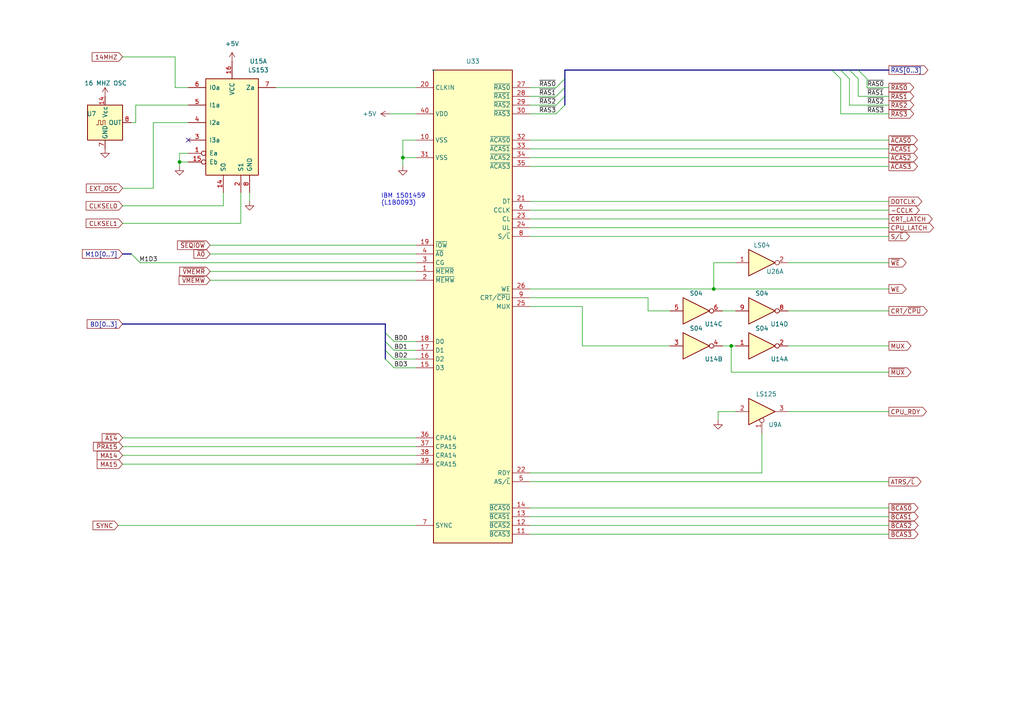
<source format=kicad_sch>
(kicad_sch (version 20230121) (generator eeschema)
  (paper "A4")
  (lib_symbols
    (symbol "74xx:74LS04"
      (property "Reference" "U" (at 0 1.27 0))
      (property "Value" "74LS04" (at 0 -1.27 0))
      (symbol "74LS04_1_0"
        (polyline (pts (xy -3.81 3.81) (xy -3.81 -3.81) (xy 3.81 0) (xy -3.81 3.81)) (stroke (width 0.254)) (fill (type background)))
        (pin input line (at -7.62 0 0) (length 3.81) (name "~") (number "1"))
        (pin output inverted (at 7.62 0 180) (length 3.81) (name "~") (number "2"))
      )
      (symbol "74LS04_2_0"
        (polyline (pts (xy -3.81 3.81) (xy -3.81 -3.81) (xy 3.81 0) (xy -3.81 3.81)) (stroke (width 0.254)) (fill (type background)))
        (pin input line (at -7.62 0 0) (length 3.81) (name "~") (number "3"))
        (pin output inverted (at 7.62 0 180) (length 3.81) (name "~") (number "4"))
      )
      (symbol "74LS04_3_0"
        (polyline (pts (xy -3.81 3.81) (xy -3.81 -3.81) (xy 3.81 0) (xy -3.81 3.81)) (stroke (width 0.254)) (fill (type background)))
        (pin input line (at -7.62 0 0) (length 3.81) (name "~") (number "5"))
        (pin output inverted (at 7.62 0 180) (length 3.81) (name "~") (number "6"))
      )
      (symbol "74LS04_4_0"
        (polyline (pts (xy -3.81 3.81) (xy -3.81 -3.81) (xy 3.81 0) (xy -3.81 3.81)) (stroke (width 0.254)) (fill (type background)))
        (pin output inverted (at 7.62 0 180) (length 3.81) (name "~") (number "8"))
        (pin input line (at -7.62 0 0) (length 3.81) (name "~") (number "9"))
      )
      (symbol "74LS04_5_0"
        (polyline (pts (xy -3.81 3.81) (xy -3.81 -3.81) (xy 3.81 0) (xy -3.81 3.81)) (stroke (width 0.254)) (fill (type background)))
        (pin output inverted (at 7.62 0 180) (length 3.81) (name "~") (number "10"))
        (pin input line (at -7.62 0 0) (length 3.81) (name "~") (number "11"))
      )
      (symbol "74LS04_6_0"
        (polyline (pts (xy -3.81 3.81) (xy -3.81 -3.81) (xy 3.81 0) (xy -3.81 3.81)) (stroke (width 0.254)) (fill (type background)))
        (pin output inverted (at 7.62 0 180) (length 3.81) (name "~") (number "12"))
        (pin input line (at -7.62 0 0) (length 3.81) (name "~") (number "13"))
      )
      (symbol "74LS04_7_0"
        (pin power_in line (at 0 12.7 270) (length 5.08) (name "VCC") (number "14"))
        (pin power_in line (at 0 -12.7 90) (length 5.08) (name "GND") (number "7"))
      )
      (symbol "74LS04_7_1"
        (rectangle (start -5.08 7.62) (end 5.08 -7.62) (stroke (width 0.254)) (fill (type background)))
      )
    )
    (symbol "74xx:74LS125" (pin_names (offset 1.016))
      (property "Reference" "U" (at 0 1.27 0))
      (property "Value" "74LS125" (at 0 -1.27 0))
      (symbol "74LS125_1_0"
        (polyline (pts (xy -3.81 3.81) (xy -3.81 -3.81) (xy 3.81 0) (xy -3.81 3.81)) (stroke (width 0.254)) (fill (type background)))
        (pin input inverted (at 0 -6.35 90) (length 4.445) (name "~") (number "1"))
        (pin input line (at -7.62 0 0) (length 3.81) (name "~") (number "2"))
        (pin tri_state line (at 7.62 0 180) (length 3.81) (name "~") (number "3"))
      )
      (symbol "74LS125_2_0"
        (polyline (pts (xy -3.81 3.81) (xy -3.81 -3.81) (xy 3.81 0) (xy -3.81 3.81)) (stroke (width 0.254)) (fill (type background)))
        (pin input inverted (at 0 -6.35 90) (length 4.445) (name "~") (number "4"))
        (pin input line (at -7.62 0 0) (length 3.81) (name "~") (number "5"))
        (pin tri_state line (at 7.62 0 180) (length 3.81) (name "~") (number "6"))
      )
      (symbol "74LS125_3_0"
        (polyline (pts (xy -3.81 3.81) (xy -3.81 -3.81) (xy 3.81 0) (xy -3.81 3.81)) (stroke (width 0.254)) (fill (type background)))
        (pin input inverted (at 0 -6.35 90) (length 4.445) (name "~") (number "10"))
        (pin tri_state line (at 7.62 0 180) (length 3.81) (name "~") (number "8"))
        (pin input line (at -7.62 0 0) (length 3.81) (name "~") (number "9"))
      )
      (symbol "74LS125_4_0"
        (polyline (pts (xy -3.81 3.81) (xy -3.81 -3.81) (xy 3.81 0) (xy -3.81 3.81)) (stroke (width 0.254)) (fill (type background)))
        (pin tri_state line (at 7.62 0 180) (length 3.81) (name "~") (number "11"))
        (pin input line (at -7.62 0 0) (length 3.81) (name "~") (number "12"))
        (pin input inverted (at 0 -6.35 90) (length 4.445) (name "~") (number "13"))
      )
      (symbol "74LS125_5_0"
        (pin power_in line (at 0 12.7 270) (length 5.08) (name "VCC") (number "14"))
        (pin power_in line (at 0 -12.7 90) (length 5.08) (name "GND") (number "7"))
      )
      (symbol "74LS125_5_1"
        (rectangle (start -5.08 7.62) (end 5.08 -7.62) (stroke (width 0.254)) (fill (type background)))
      )
    )
    (symbol "EGACard:74LS153" (pin_names (offset 1.016))
      (property "Reference" "U" (at 3.81 5.08 0))
      (property "Value" "74LS153" (at 6.35 2.54 0))
      (symbol "74LS153_1_0"
        (pin input inverted (at -5.08 -21.59 0) (length 5.08) (name "Ea") (number "1"))
        (pin input line (at 5.08 -33.02 90) (length 5.08) (name "S0") (number "14"))
        (pin input inverted (at -5.08 -24.13 0) (length 5.08) (name "Eb") (number "15"))
        (pin power_in line (at 7.62 5.08 270) (length 5.08) (name "VCC") (number "16"))
        (pin input line (at 10.16 -33.02 90) (length 5.08) (name "S1") (number "2"))
        (pin input line (at -5.08 -17.78 0) (length 5.08) (name "I3a") (number "3"))
        (pin input line (at -5.08 -12.7 0) (length 5.08) (name "I2a") (number "4"))
        (pin input line (at -5.08 -7.62 0) (length 5.08) (name "I1a") (number "5"))
        (pin output line (at 20.32 -2.54 180) (length 5.08) (name "Za") (number "7"))
        (pin power_in line (at 12.7 -33.02 90) (length 5.08) (name "GND") (number "8"))
      )
      (symbol "74LS153_1_1"
        (rectangle (start 0 0) (end 15.24 -27.94) (stroke (width 0.254)) (fill (type background)))
        (pin input line (at -5.08 -2.54 0) (length 5.08) (name "I0a") (number "6"))
      )
      (symbol "74LS153_2_0"
        (pin input line (at -5.08 -2.54 0) (length 5.08) (name "I0b") (number "10"))
        (pin input line (at -5.08 -2.54 0) (length 5.08) (name "I0b") (number "10"))
        (pin input line (at -5.08 -5.08 0) (length 5.08) (name "I1b") (number "11"))
        (pin input line (at -5.08 -5.08 0) (length 5.08) (name "I1b") (number "11"))
        (pin input line (at -5.08 -7.62 0) (length 5.08) (name "I2b") (number "12"))
        (pin input line (at -5.08 -7.62 0) (length 5.08) (name "I2b") (number "12"))
        (pin input line (at -5.08 -10.16 0) (length 5.08) (name "I3b") (number "13"))
        (pin input line (at -5.08 -10.16 0) (length 5.08) (name "I3b") (number "13"))
        (pin output line (at 20.32 -5.08 180) (length 5.08) (name "Zb") (number "9"))
      )
      (symbol "74LS153_2_1"
        (rectangle (start 0 0) (end 15.24 -12.7) (stroke (width 0.254)) (fill (type background)))
      )
    )
    (symbol "EGACard:SEQ_LSI"
      (property "Reference" "U" (at 2.54 2.54 0))
      (symbol "SEQ_LSI_1_1"
        (rectangle (start 0 0) (end 22.86 -137.16) (stroke (width 0.254)) (fill (type background)))
        (pin input line (at -5.08 -58.42 0) (length 5.08) (name "~{MEMR}") (number "1"))
        (pin power_in line (at -5.08 -20.32 0) (length 5.08) (name "VSS") (number "10"))
        (pin output line (at 27.94 -134.62 180) (length 5.08) (name "~{BCAS3}") (number "11"))
        (pin output line (at 27.94 -132.08 180) (length 5.08) (name "~{BCAS2}") (number "12"))
        (pin output line (at 27.94 -129.54 180) (length 5.08) (name "~{BCAS1}") (number "13"))
        (pin output line (at 27.94 -127 180) (length 5.08) (name "~{BCAS0}") (number "14"))
        (pin input line (at -5.08 -86.36 0) (length 5.08) (name "D3") (number "15"))
        (pin input line (at -5.08 -83.82 0) (length 5.08) (name "D2") (number "16"))
        (pin input line (at -5.08 -81.28 0) (length 5.08) (name "D1") (number "17"))
        (pin input line (at -5.08 -78.74 0) (length 5.08) (name "D0") (number "18"))
        (pin input line (at -5.08 -50.8 0) (length 5.08) (name "~{IOW}") (number "19"))
        (pin input line (at -5.08 -60.96 0) (length 5.08) (name "~{MEMW}") (number "2"))
        (pin input line (at -5.08 -5.08 0) (length 5.08) (name "CLKIN") (number "20"))
        (pin output line (at 27.94 -38.1 180) (length 5.08) (name "DT") (number "21"))
        (pin output line (at 27.94 -116.84 180) (length 5.08) (name "RDY") (number "22"))
        (pin output line (at 27.94 -43.18 180) (length 5.08) (name "CL") (number "23"))
        (pin output line (at 27.94 -45.72 180) (length 5.08) (name "UL") (number "24"))
        (pin output line (at 27.94 -68.58 180) (length 5.08) (name "MUX") (number "25"))
        (pin output line (at 27.94 -63.5 180) (length 5.08) (name "WE") (number "26"))
        (pin output line (at 27.94 -5.08 180) (length 5.08) (name "~{RAS0}") (number "27"))
        (pin output line (at 27.94 -7.62 180) (length 5.08) (name "~{RAS1}") (number "28"))
        (pin output line (at 27.94 -10.16 180) (length 5.08) (name "~{RAS2}") (number "29"))
        (pin input line (at -5.08 -55.88 0) (length 5.08) (name "CG") (number "3"))
        (pin output line (at 27.94 -12.7 180) (length 5.08) (name "~{RAS3}") (number "30"))
        (pin power_in line (at -5.08 -25.4 0) (length 5.08) (name "VSS") (number "31"))
        (pin output line (at 27.94 -20.32 180) (length 5.08) (name "~{ACAS0}") (number "32"))
        (pin output line (at 27.94 -22.86 180) (length 5.08) (name "~{ACAS1}") (number "33"))
        (pin output line (at 27.94 -25.4 180) (length 5.08) (name "~{ACAS2}") (number "34"))
        (pin output line (at 27.94 -27.94 180) (length 5.08) (name "~{ACAS3}") (number "35"))
        (pin input line (at -5.08 -106.68 0) (length 5.08) (name "CPA14") (number "36"))
        (pin input line (at -5.08 -109.22 0) (length 5.08) (name "CPA15") (number "37"))
        (pin input line (at -5.08 -111.76 0) (length 5.08) (name "CRA14") (number "38"))
        (pin input line (at -5.08 -114.3 0) (length 5.08) (name "CRA15") (number "39"))
        (pin input line (at -5.08 -53.34 0) (length 5.08) (name "~{A0}") (number "4"))
        (pin power_in line (at -5.08 -12.7 0) (length 5.08) (name "VDD") (number "40"))
        (pin output line (at 27.94 -119.38 180) (length 5.08) (name "AS/~{L}") (number "5"))
        (pin output line (at 27.94 -40.64 180) (length 5.08) (name "CCLK") (number "6"))
        (pin input line (at -5.08 -132.08 0) (length 5.08) (name "SYNC") (number "7"))
        (pin output line (at 27.94 -48.26 180) (length 5.08) (name "S/~{L}") (number "8"))
        (pin output line (at 27.94 -66.04 180) (length 5.08) (name "CRT/~{CPU}") (number "9"))
      )
    )
    (symbol "Oscillator:ACO-xxxMHz" (pin_names (offset 0.254))
      (property "Reference" "X" (at -5.08 6.35 0))
      (property "Value" "ACO-xxxMHz" (at 1.27 -6.35 0))
      (symbol "ACO-xxxMHz_0_1"
        (rectangle (start -5.08 5.08) (end 5.08 -5.08) (stroke (width 0.254)) (fill (type background)))
        (polyline (pts (xy -2.54 -0.635) (xy -1.905 -0.635) (xy -1.905 0.635) (xy -1.27 0.635) (xy -1.27 -0.635) (xy -0.635 -0.635) (xy -0.635 0.635) (xy 0 0.635) (xy 0 -0.635)))
      )
      (symbol "ACO-xxxMHz_1_1"
        (pin no_connect line (at -5.08 2.54 0) (length 2.54) hide (name "NC") (number "1"))
        (pin power_in line (at 0 7.62 270) (length 2.54) (name "Vcc") (number "14"))
        (pin power_in line (at 0 -7.62 90) (length 2.54) (name "GND") (number "7"))
        (pin output line (at 7.62 0 180) (length 2.54) (name "OUT") (number "8"))
      )
    )
    (symbol "power:+5V" (power) (pin_names (offset 0))
      (property "Value" "+5V" (at 0 3.556 0))
      (symbol "+5V_0_1"
        (polyline (pts (xy -0.762 1.27) (xy 0 2.54)))
        (polyline (pts (xy 0 0) (xy 0 2.54)))
        (polyline (pts (xy 0 2.54) (xy 0.762 1.27)))
      )
      (symbol "+5V_1_1"
        (pin power_in line (at 0 0 90) (length 0) hide (name "+5V") (number "1"))
      )
    )
    (symbol "power:GND" (power) (pin_names (offset 0))
      (property "Value" "GND" (at 0 -3.81 0))
      (symbol "GND_0_1"
        (polyline (pts (xy 0 0) (xy 0 -1.27) (xy 1.27 -1.27) (xy 0 -2.54) (xy -1.27 -1.27) (xy 0 -1.27)))
      )
      (symbol "GND_1_1"
        (pin power_in line (at 0 0 270) (length 0) hide (name "GND") (number "1"))
      )
    )
  )
  (junction (at 116.84 45.72))
  (junction (at 212.09 100.33))
  (junction (at 52.07 46.99))
  (junction (at 207.01 83.82))
  (no_connect (at 54.61 40.64))
  (bus_entry (at 114.3 101.6) (size -2.54 -2.54))
  (bus_entry (at 38.1 73.66) (size 2.54 2.54))
  (bus_entry (at 241.3 20.32) (size 2.54 2.54))
  (bus_entry (at 114.3 99.06) (size -2.54 -2.54))
  (bus_entry (at 248.92 20.32) (size 2.54 2.54))
  (bus_entry (at 161.29 30.48) (size 2.54 -2.54))
  (bus_entry (at 114.3 104.14) (size -2.54 -2.54))
  (bus_entry (at 161.29 27.94) (size 2.54 -2.54))
  (bus_entry (at 243.84 20.32) (size 2.54 2.54))
  (bus_entry (at 161.29 25.4) (size 2.54 -2.54))
  (bus_entry (at 246.38 20.32) (size 2.54 2.54))
  (bus_entry (at 161.29 33.02) (size 2.54 -2.54))
  (bus_entry (at 114.3 106.68) (size -2.54 -2.54))
  (bus (pts (xy 243.84 20.32) (xy 246.38 20.32)))
  (wire (pts (xy 228.6 90.17) (xy 257.81 90.17)))
  (wire (pts (xy 52.07 44.45) (xy 52.07 46.99)))
  (bus (pts (xy 111.76 101.6) (xy 111.76 99.06)))
  (wire (pts (xy 35.56 54.61) (xy 44.45 54.61)))
  (wire (pts (xy 44.45 35.56) (xy 44.45 54.61)))
  (wire (pts (xy 114.3 104.14) (xy 120.65 104.14)))
  (wire (pts (xy 153.67 25.4) (xy 161.29 25.4)))
  (wire (pts (xy 60.96 71.12) (xy 120.65 71.12)))
  (wire (pts (xy 213.36 76.2) (xy 207.01 76.2)))
  (bus (pts (xy 111.76 96.52) (xy 111.76 93.98)))
  (wire (pts (xy 153.67 40.64) (xy 257.81 40.64)))
  (wire (pts (xy 80.01 25.4) (xy 120.65 25.4)))
  (bus (pts (xy 163.83 25.4) (xy 163.83 22.86)))
  (wire (pts (xy 35.56 127) (xy 120.65 127)))
  (wire (pts (xy 40.64 76.2) (xy 120.65 76.2)))
  (bus (pts (xy 163.83 22.86) (xy 163.83 20.32)))
  (wire (pts (xy 116.84 45.72) (xy 120.65 45.72)))
  (wire (pts (xy 153.67 30.48) (xy 161.29 30.48)))
  (wire (pts (xy 114.3 101.6) (xy 120.65 101.6)))
  (wire (pts (xy 248.92 27.94) (xy 257.81 27.94)))
  (wire (pts (xy 168.91 88.9) (xy 168.91 100.33)))
  (wire (pts (xy 35.56 16.51) (xy 50.8 16.51)))
  (wire (pts (xy 35.56 134.62) (xy 120.65 134.62)))
  (wire (pts (xy 228.6 76.2) (xy 257.81 76.2)))
  (wire (pts (xy 228.6 100.33) (xy 257.81 100.33)))
  (wire (pts (xy 35.56 132.08) (xy 120.65 132.08)))
  (wire (pts (xy 120.65 40.64) (xy 116.84 40.64)))
  (wire (pts (xy 64.77 55.88) (xy 64.77 59.69)))
  (bus (pts (xy 241.3 20.32) (xy 243.84 20.32)))
  (wire (pts (xy 207.01 76.2) (xy 207.01 83.82)))
  (wire (pts (xy 212.09 100.33) (xy 212.09 107.95)))
  (wire (pts (xy 243.84 22.86) (xy 243.84 33.02)))
  (wire (pts (xy 243.84 33.02) (xy 257.81 33.02)))
  (wire (pts (xy 114.3 99.06) (xy 120.65 99.06)))
  (wire (pts (xy 60.96 81.28) (xy 120.65 81.28)))
  (wire (pts (xy 246.38 30.48) (xy 257.81 30.48)))
  (wire (pts (xy 228.6 119.38) (xy 257.81 119.38)))
  (wire (pts (xy 153.67 147.32) (xy 257.81 147.32)))
  (wire (pts (xy 251.46 22.86) (xy 251.46 25.4)))
  (wire (pts (xy 212.09 100.33) (xy 213.36 100.33)))
  (wire (pts (xy 153.67 45.72) (xy 257.81 45.72)))
  (wire (pts (xy 153.67 68.58) (xy 257.81 68.58)))
  (wire (pts (xy 248.92 22.86) (xy 248.92 27.94)))
  (wire (pts (xy 153.67 33.02) (xy 161.29 33.02)))
  (wire (pts (xy 153.67 137.16) (xy 220.98 137.16)))
  (bus (pts (xy 163.83 30.48) (xy 163.83 27.94)))
  (wire (pts (xy 187.96 90.17) (xy 187.96 86.36)))
  (wire (pts (xy 187.96 90.17) (xy 194.31 90.17)))
  (wire (pts (xy 54.61 25.4) (xy 50.8 25.4)))
  (wire (pts (xy 153.67 86.36) (xy 187.96 86.36)))
  (wire (pts (xy 54.61 35.56) (xy 44.45 35.56)))
  (bus (pts (xy 111.76 104.14) (xy 111.76 101.6)))
  (wire (pts (xy 208.28 119.38) (xy 208.28 121.92)))
  (wire (pts (xy 35.56 129.54) (xy 120.65 129.54)))
  (wire (pts (xy 34.29 152.4) (xy 120.65 152.4)))
  (wire (pts (xy 153.67 60.96) (xy 257.81 60.96)))
  (wire (pts (xy 60.96 73.66) (xy 120.65 73.66)))
  (wire (pts (xy 35.56 59.69) (xy 64.77 59.69)))
  (wire (pts (xy 72.39 55.88) (xy 72.39 58.42)))
  (wire (pts (xy 60.96 78.74) (xy 120.65 78.74)))
  (wire (pts (xy 153.67 139.7) (xy 257.81 139.7)))
  (wire (pts (xy 114.3 106.68) (xy 120.65 106.68)))
  (wire (pts (xy 213.36 119.38) (xy 208.28 119.38)))
  (bus (pts (xy 163.83 27.94) (xy 163.83 25.4)))
  (wire (pts (xy 246.38 22.86) (xy 246.38 30.48)))
  (wire (pts (xy 113.03 33.02) (xy 120.65 33.02)))
  (bus (pts (xy 246.38 20.32) (xy 248.92 20.32)))
  (wire (pts (xy 54.61 44.45) (xy 52.07 44.45)))
  (wire (pts (xy 153.67 154.94) (xy 257.81 154.94)))
  (wire (pts (xy 153.67 27.94) (xy 161.29 27.94)))
  (bus (pts (xy 163.83 20.32) (xy 241.3 20.32)))
  (bus (pts (xy 35.56 93.98) (xy 111.76 93.98)))
  (wire (pts (xy 212.09 107.95) (xy 257.81 107.95)))
  (wire (pts (xy 168.91 100.33) (xy 194.31 100.33)))
  (wire (pts (xy 153.67 83.82) (xy 207.01 83.82)))
  (bus (pts (xy 35.56 73.66) (xy 38.1 73.66)))
  (wire (pts (xy 35.56 64.77) (xy 69.85 64.77)))
  (wire (pts (xy 153.67 43.18) (xy 257.81 43.18)))
  (wire (pts (xy 153.67 48.26) (xy 257.81 48.26)))
  (wire (pts (xy 52.07 46.99) (xy 52.07 48.26)))
  (wire (pts (xy 116.84 40.64) (xy 116.84 45.72)))
  (wire (pts (xy 153.67 152.4) (xy 257.81 152.4)))
  (wire (pts (xy 153.67 63.5) (xy 257.81 63.5)))
  (wire (pts (xy 50.8 25.4) (xy 50.8 16.51)))
  (wire (pts (xy 220.98 125.73) (xy 220.98 137.16)))
  (wire (pts (xy 153.67 66.04) (xy 257.81 66.04)))
  (wire (pts (xy 153.67 58.42) (xy 257.81 58.42)))
  (wire (pts (xy 209.55 100.33) (xy 212.09 100.33)))
  (wire (pts (xy 207.01 83.82) (xy 257.81 83.82)))
  (wire (pts (xy 39.37 30.48) (xy 39.37 35.56)))
  (wire (pts (xy 52.07 46.99) (xy 54.61 46.99)))
  (wire (pts (xy 116.84 45.72) (xy 116.84 48.26)))
  (bus (pts (xy 111.76 99.06) (xy 111.76 96.52)))
  (wire (pts (xy 153.67 149.86) (xy 257.81 149.86)))
  (wire (pts (xy 69.85 55.88) (xy 69.85 64.77)))
  (bus (pts (xy 248.92 20.32) (xy 257.81 20.32)))
  (wire (pts (xy 153.67 88.9) (xy 168.91 88.9)))
  (wire (pts (xy 39.37 30.48) (xy 54.61 30.48)))
  (wire (pts (xy 209.55 90.17) (xy 213.36 90.17)))
  (wire (pts (xy 38.1 35.56) (xy 39.37 35.56)))
  (wire (pts (xy 251.46 25.4) (xy 257.81 25.4)))
  (text "IBM 1501459\n(L1B0093)" (at 110.49 59.69 0) (effects (font (size 1.27 1.27)) (justify left bottom)))
  (label "~{RAS1}" (at 161.29 27.94 180))
  (label "M1D3" (at 45.72 76.2 180))
  (label "BD1" (at 114.3 101.6 0))
  (label "BD2" (at 114.3 104.14 0))
  (label "~{RAS0}" (at 251.46 25.4 0))
  (label "~{RAS0}" (at 161.29 25.4 180))
  (label "BD3" (at 114.3 106.68 0))
  (label "~{RAS3}" (at 161.29 33.02 180))
  (label "~{RAS1}" (at 251.46 27.94 0))
  (label "~{RAS3}" (at 251.46 33.02 0))
  (label "BD0" (at 114.3 99.06 0))
  (label "~{RAS2}" (at 251.46 30.48 0))
  (label "~{RAS2}" (at 161.29 30.48 180))
  (global_label "~{RAS0}" (shape output) (at 257.81 25.4 0) (property "Intersheetrefs" "${INTERSHEET_REFS}" (at 265.5728 25.4 0) (effects (justify left))))
  (global_label "~{BCAS2}" (shape output) (at 257.81 152.4 0) (property "Intersheetrefs" "${INTERSHEET_REFS}" (at 266.8428 152.4 0) (effects (justify left))))
  (global_label "~{VMEMR}" (shape input) (at 60.96 78.74 180) (property "Intersheetrefs" "${INTERSHEET_REFS}" (at 51.5644 78.74 0) (effects (justify right))))
  (global_label "S{slash}~{L}" (shape output) (at 257.81 68.58 0) (property "Intersheetrefs" "${INTERSHEET_REFS}" (at 264.3633 68.58 0) (effects (justify left))))
  (global_label "~{MUX}" (shape output) (at 257.81 107.95 0) (property "Intersheetrefs" "${INTERSHEET_REFS}" (at 264.7866 107.95 0) (effects (justify left))))
  (global_label "MA14" (shape input) (at 35.56 132.08 180) (property "Intersheetrefs" "${INTERSHEET_REFS}" (at 27.6158 132.08 0) (effects (justify right))))
  (global_label "CLKSEL1" (shape input) (at 35.56 64.77 180) (property "Intersheetrefs" "${INTERSHEET_REFS}" (at 24.4106 64.77 0) (effects (justify right))))
  (global_label "~{ACAS2}" (shape output) (at 257.81 45.72 0) (property "Intersheetrefs" "${INTERSHEET_REFS}" (at 266.6614 45.72 0) (effects (justify left))))
  (global_label "~{A0}" (shape input) (at 60.96 73.66 180) (property "Intersheetrefs" "${INTERSHEET_REFS}" (at 55.6767 73.66 0) (effects (justify right))))
  (global_label "ATRS{slash}~{L}" (shape output) (at 257.81 139.7 0) (property "Intersheetrefs" "${INTERSHEET_REFS}" (at 267.6895 139.7 0) (effects (justify left))))
  (global_label "~{BCAS3}" (shape output) (at 257.81 154.94 0) (property "Intersheetrefs" "${INTERSHEET_REFS}" (at 266.8428 154.94 0) (effects (justify left))))
  (global_label "MA15" (shape input) (at 35.56 134.62 180) (property "Intersheetrefs" "${INTERSHEET_REFS}" (at 27.6158 134.62 0) (effects (justify right))))
  (global_label "MUX" (shape output) (at 257.81 100.33 0) (property "Intersheetrefs" "${INTERSHEET_REFS}" (at 264.7866 100.33 0) (effects (justify left))))
  (global_label "14MHZ" (shape input) (at 35.56 16.51 180) (property "Intersheetrefs" "${INTERSHEET_REFS}" (at 26.1644 16.51 0) (effects (justify right))))
  (global_label "WE" (shape output) (at 257.81 83.82 0) (property "Intersheetrefs" "${INTERSHEET_REFS}" (at 263.3956 83.82 0) (effects (justify left))))
  (global_label "~{ACAS3}" (shape output) (at 257.81 48.26 0) (property "Intersheetrefs" "${INTERSHEET_REFS}" (at 266.6614 48.26 0) (effects (justify left))))
  (global_label "-CCLK" (shape output) (at 257.81 60.96 0) (property "Intersheetrefs" "${INTERSHEET_REFS}" (at 267.2057 60.96 0) (effects (justify left))))
  (global_label "~{BCAS1}" (shape output) (at 257.81 149.86 0) (property "Intersheetrefs" "${INTERSHEET_REFS}" (at 266.8428 149.86 0) (effects (justify left))))
  (global_label "~{ACAS0}" (shape output) (at 257.81 40.64 0) (property "Intersheetrefs" "${INTERSHEET_REFS}" (at 266.6614 40.64 0) (effects (justify left))))
  (global_label "SYNC" (shape input) (at 34.29 152.4 180) (property "Intersheetrefs" "${INTERSHEET_REFS}" (at 26.4062 152.4 0) (effects (justify right))))
  (global_label "~{RAS3}" (shape output) (at 257.81 33.02 0) (property "Intersheetrefs" "${INTERSHEET_REFS}" (at 265.5728 33.02 0) (effects (justify left))))
  (global_label "~{A14}" (shape input) (at 35.56 127 180) (property "Intersheetrefs" "${INTERSHEET_REFS}" (at 29.0672 127 0) (effects (justify right))))
  (global_label "CPU_RDY" (shape output) (at 257.81 119.38 0) (property "Intersheetrefs" "${INTERSHEET_REFS}" (at 269.2619 119.38 0) (effects (justify left))))
  (global_label "~{RAS2}" (shape output) (at 257.81 30.48 0) (property "Intersheetrefs" "${INTERSHEET_REFS}" (at 265.5728 30.48 0) (effects (justify left))))
  (global_label "CPU_LATCH" (shape output) (at 257.81 66.04 0) (property "Intersheetrefs" "${INTERSHEET_REFS}" (at 271.3181 66.04 0) (effects (justify left))))
  (global_label "BD[0..3]" (shape input) (at 35.56 93.98 180) (property "Intersheetrefs" "${INTERSHEET_REFS}" (at 24.7128 93.98 0) (effects (justify right))))
  (global_label "~{SEQIOW}" (shape input) (at 60.96 71.12 180) (property "Intersheetrefs" "${INTERSHEET_REFS}" (at 50.8991 71.12 0) (effects (justify right))))
  (global_label "~{BCAS0}" (shape output) (at 257.81 147.32 0) (property "Intersheetrefs" "${INTERSHEET_REFS}" (at 266.8428 147.32 0) (effects (justify left))))
  (global_label "~{WE}" (shape output) (at 257.81 76.2 0) (property "Intersheetrefs" "${INTERSHEET_REFS}" (at 263.3956 76.2 0) (effects (justify left))))
  (global_label "~{RAS1}" (shape output) (at 257.81 27.94 0) (property "Intersheetrefs" "${INTERSHEET_REFS}" (at 265.5728 27.94 0) (effects (justify left))))
  (global_label "CLKSEL0" (shape input) (at 35.56 59.69 180) (property "Intersheetrefs" "${INTERSHEET_REFS}" (at 24.4106 59.69 0) (effects (justify right))))
  (global_label "M1D[0..7]" (shape input) (at 35.56 73.66 180) (property "Intersheetrefs" "${INTERSHEET_REFS}" (at 23.3219 73.66 0) (effects (justify right))))
  (global_label "~{VMEMW}" (shape input) (at 60.96 81.28 180) (property "Intersheetrefs" "${INTERSHEET_REFS}" (at 51.383 81.28 0) (effects (justify right))))
  (global_label "~{RAS[0..3]}" (shape output) (at 257.81 20.32 0) (property "Intersheetrefs" "${INTERSHEET_REFS}" (at 269.6853 20.32 0) (effects (justify left))))
  (global_label "EXT_OSC" (shape input) (at 35.56 54.61 180) (property "Intersheetrefs" "${INTERSHEET_REFS}" (at 24.4711 54.61 0) (effects (justify right))))
  (global_label "~{ACAS1}" (shape output) (at 257.81 43.18 0) (property "Intersheetrefs" "${INTERSHEET_REFS}" (at 266.6614 43.18 0) (effects (justify left))))
  (global_label "CRT{slash}~{CPU}" (shape output) (at 257.81 90.17 0) (property "Intersheetrefs" "${INTERSHEET_REFS}" (at 269.5038 90.17 0) (effects (justify left))))
  (global_label "CRT_LATCH" (shape output) (at 257.81 63.5 0) (property "Intersheetrefs" "${INTERSHEET_REFS}" (at 270.9552 63.5 0) (effects (justify left))))
  (global_label "DOTCLK" (shape output) (at 257.81 58.42 0) (property "Intersheetrefs" "${INTERSHEET_REFS}" (at 267.9314 58.42 0) (effects (justify left))))
  (global_label "~{PRA15}" (shape input) (at 35.56 129.54 180) (property "Intersheetrefs" "${INTERSHEET_REFS}" (at 26.5272 129.54 0) (effects (justify right))))
  (symbol (lib_id "power:+5V") (at 67.31 17.78 0) (unit 1)
    (property "Reference" "#PWR017" (effects hide))
    (property "Value" "+5V" (at 67.31 12.7 0))
  )
  (symbol (lib_id "power:+5V") (at 30.48 27.94 0) (unit 1)
    (property "Reference" "#PWR020" (effects hide))
    (property "Value" "+5V" (effects hide))
  )
  (symbol (lib_id "EGACard:SEQ_LSI") (at 125.73 20.32 0) (unit 1)
    (property "Reference" "U33" (at 137.16 17.78 0))
    (property "Value" "~" (at 125.73 20.32 0))
    (property "Footprint" "EGACard:DIP254P1524X635-40" (effects hide))
  )
  (symbol (lib_id "74xx:74LS125") (at 220.98 119.38 0) (unit 1)
    (property "Reference" "U9" (at 224.79 123.19 0))
    (property "Value" "LS125" (at 222.25 114.3 0))
    (property "Footprint" "EGACard:DIP254P762X635-14" (effects hide))
    (property "Datasheet" "http://www.ti.com/lit/gpn/sn74LS125" (effects hide))
  )
  (symbol (lib_id "power:+5V") (at 113.03 33.02 90) (unit 1)
    (property "Reference" "#PWR016" (effects hide))
    (property "Value" "+5V" (at 109.22 33.02 90) (effects (justify left)))
  )
  (symbol (lib_id "power:GND") (at 116.84 48.26 0) (unit 1)
    (property "Reference" "#PWR015" (effects hide))
    (property "Value" "GND" (effects hide))
  )
  (symbol (lib_id "power:GND") (at 30.48 43.18 0) (unit 1)
    (property "Reference" "#PWR021" (effects hide))
    (property "Value" "GND" (effects hide))
  )
  (symbol (lib_id "Oscillator:ACO-xxxMHz") (at 30.48 35.56 0) (unit 1)
    (property "Reference" "U7" (at 27.94 33.02 0) (effects (justify right)))
    (property "Value" "16 MHZ OSC" (at 36.83 24.13 0) (effects (justify right)))
    (property "Footprint" "EGACard:DIP254P762X635-14_ALT" (effects hide))
    (property "Datasheet" "http://www.conwin.com/datasheets/cx/cx030.pdf" (effects hide))
  )
  (symbol (lib_id "power:GND") (at 72.39 58.42 0) (unit 1)
    (property "Reference" "#PWR018" (effects hide))
    (property "Value" "GND" (effects hide))
  )
  (symbol (lib_id "74xx:74LS04") (at 201.93 90.17 0) (unit 3)
    (property "Reference" "U14" (at 207.01 93.98 0))
    (property "Value" "S04" (at 201.93 85.09 0))
    (property "Footprint" "EGACard:DIP254P762X635-14" (effects hide))
    (property "Datasheet" "http://www.ti.com/lit/gpn/sn74LS04" (effects hide))
  )
  (symbol (lib_id "74xx:74LS04") (at 220.98 90.17 0) (unit 4)
    (property "Reference" "U14" (at 226.06 93.98 0))
    (property "Value" "S04" (at 220.98 85.09 0))
    (property "Footprint" "EGACard:DIP254P762X635-14" (effects hide))
    (property "Datasheet" "http://www.ti.com/lit/gpn/sn74LS04" (effects hide))
  )
  (symbol (lib_id "power:GND") (at 52.07 48.26 0) (unit 1)
    (property "Reference" "#PWR019" (effects hide))
    (property "Value" "GND" (effects hide))
  )
  (symbol (lib_id "power:GND") (at 208.28 121.92 0) (unit 1)
    (property "Reference" "#PWR01" (effects hide))
    (property "Value" "GND" (effects hide))
  )
  (symbol (lib_id "74xx:74LS04") (at 220.98 100.33 0) (unit 1)
    (property "Reference" "U14" (at 226.06 104.14 0))
    (property "Value" "S04" (at 220.98 95.25 0))
    (property "Footprint" "EGACard:DIP254P762X635-14" (effects hide))
    (property "Datasheet" "http://www.ti.com/lit/gpn/sn74LS04" (effects hide))
  )
  (symbol (lib_id "EGACard:74LS153") (at 59.69 22.86 0) (unit 1)
    (property "Reference" "U15" (at 74.93 17.78 0))
    (property "Value" "LS153" (at 74.93 20.32 0))
    (property "Footprint" "EGACard:DIP254P762X635-16" (effects hide))
    (property "Datasheet" "http://www.ti.com/lit/gpn/sn74LS153" (effects hide))
  )
  (symbol (lib_id "74xx:74LS04") (at 220.98 76.2 0) (unit 1)
    (property "Reference" "U26" (at 224.79 78.74 0))
    (property "Value" "LS04" (at 220.98 71.12 0))
    (property "Footprint" "EGACard:DIP254P762X635-14" (effects hide))
    (property "Datasheet" "http://www.ti.com/lit/gpn/sn74LS04" (effects hide))
  )
  (symbol (lib_id "74xx:74LS04") (at 201.93 100.33 0) (unit 2)
    (property "Reference" "U14" (at 207.01 104.14 0))
    (property "Value" "S04" (at 201.93 95.25 0))
    (property "Footprint" "EGACard:DIP254P762X635-14" (effects hide))
    (property "Datasheet" "http://www.ti.com/lit/gpn/sn74LS04" (effects hide))
  )
)
</source>
